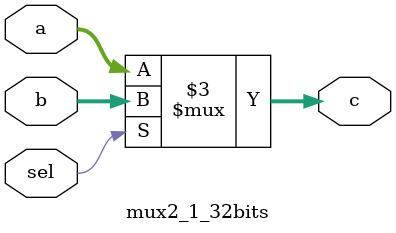
<source format=v>
`timescale 1ps/1ps

module mux2_1_32bits (
    input sel,
    input [31:0] a,
    input [31:0] b,
    output reg [31:0] c
);

always @* begin
    if (sel) begin
        c = b;
    end
    else begin
        c = a;
    end    
end
endmodule
</source>
